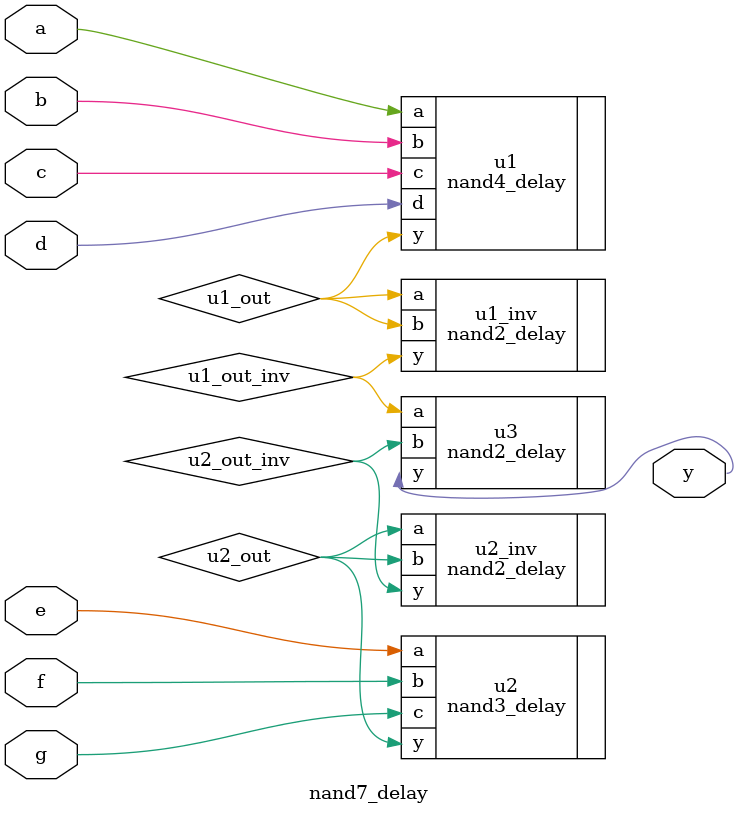
<source format=sv>
`timescale 1ns / 1ps

module nand7_delay ( 
    input  logic a, b, c, d, e, f, g,
    output logic y
);

    logic u1_out, u1_out_inv;
    logic u2_out, u2_out_inv;

    
    nand4_delay u1 (.a(a), .b(b), .c(c), .d(d), .y(u1_out));
    nand2_delay u1_inv (.a(u1_out), .b(u1_out), .y(u1_out_inv));

    
    nand3_delay u2 (.a(e), .b(f), .c(g), .y(u2_out));
    nand2_delay u2_inv (.a(u2_out), .b(u2_out), .y(u2_out_inv));

    
    nand2_delay u3 (.a(u1_out_inv), .b(u2_out_inv), .y(y));

endmodule


</source>
